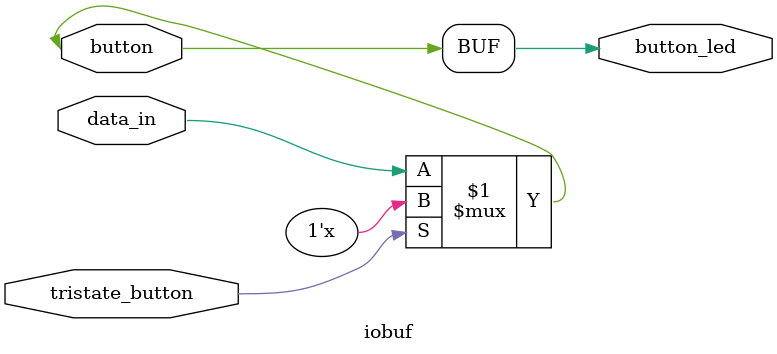
<source format=v>

`default_nettype none   //do not allow undeclared wires

module iobuf (
    inout  wire button,
    input  wire data_in,
    input  wire tristate_button,
    output wire button_led
    );

assign button = (tristate_button) ? 1'bZ : data_in;
assign button_led = button;    

endmodule

</source>
